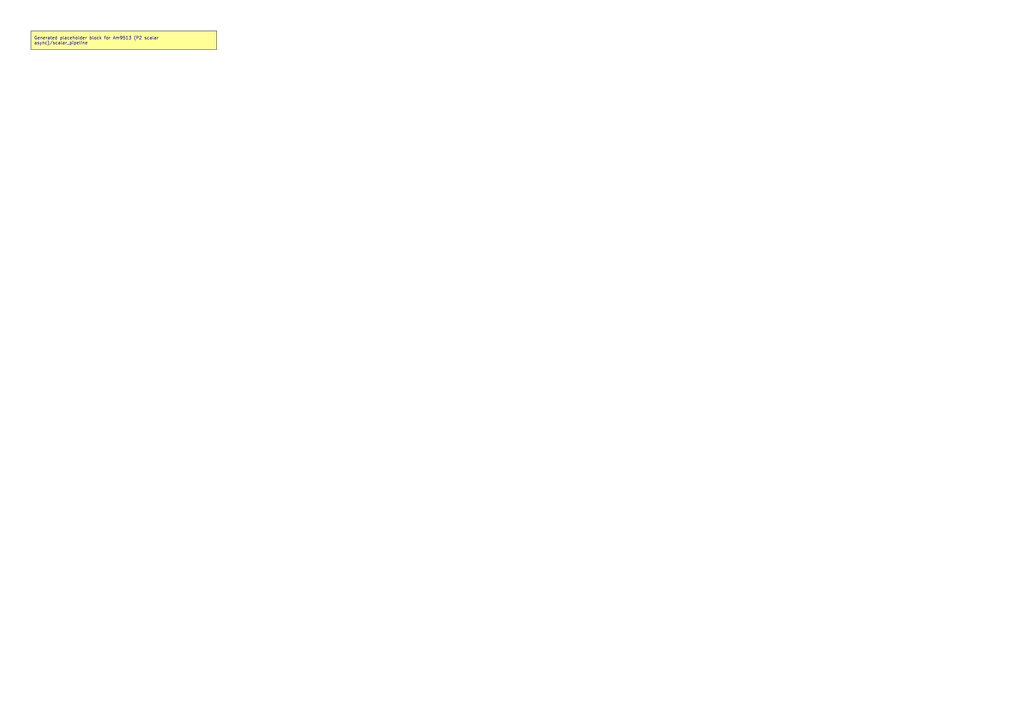
<source format=kicad_sch>
(kicad_sch
	(version 20250114)
	(generator "kicadgen")
	(generator_version "0.2")
	(uuid "ace4e766-a07f-5faf-a0be-4dbe7626d844")
	(paper "A3")
	(title_block
		(title "Am9513 (P2 scalar async)::scalar_pipeline")
		(company "Project Carbon")
		(comment 1 "Generated - do not edit in generated/")
		(comment 2 "Edit in schem/kicad9/manual/ or refine mapping specs")
	)
	(lib_symbols)
	(text_box
		"Generated placeholder block for Am9513 (P2 scalar async)/scalar_pipeline"
		(exclude_from_sim no)
		(at
			12.7
			12.7
			0
		)
		(size 76.2 7.62)
		(margins
			1.27
			1.27
			1.27
			1.27
		)
		(stroke
			(width 0)
			(type default)
			(color
				0
				0
				0
				1
			)
		)
		(fill
			(type color)
			(color
				255
				255
				150
				1
			)
		)
		(effects
			(font
				(size 1.27 1.27)
			)
			(justify left)
		)
		(uuid "a93e27a0-77a2-5d39-a038-96e5725d0884")
	)
	(sheet_instances
		(path
			"/"
			(page "1")
		)
	)
	(embedded_fonts no)
)

</source>
